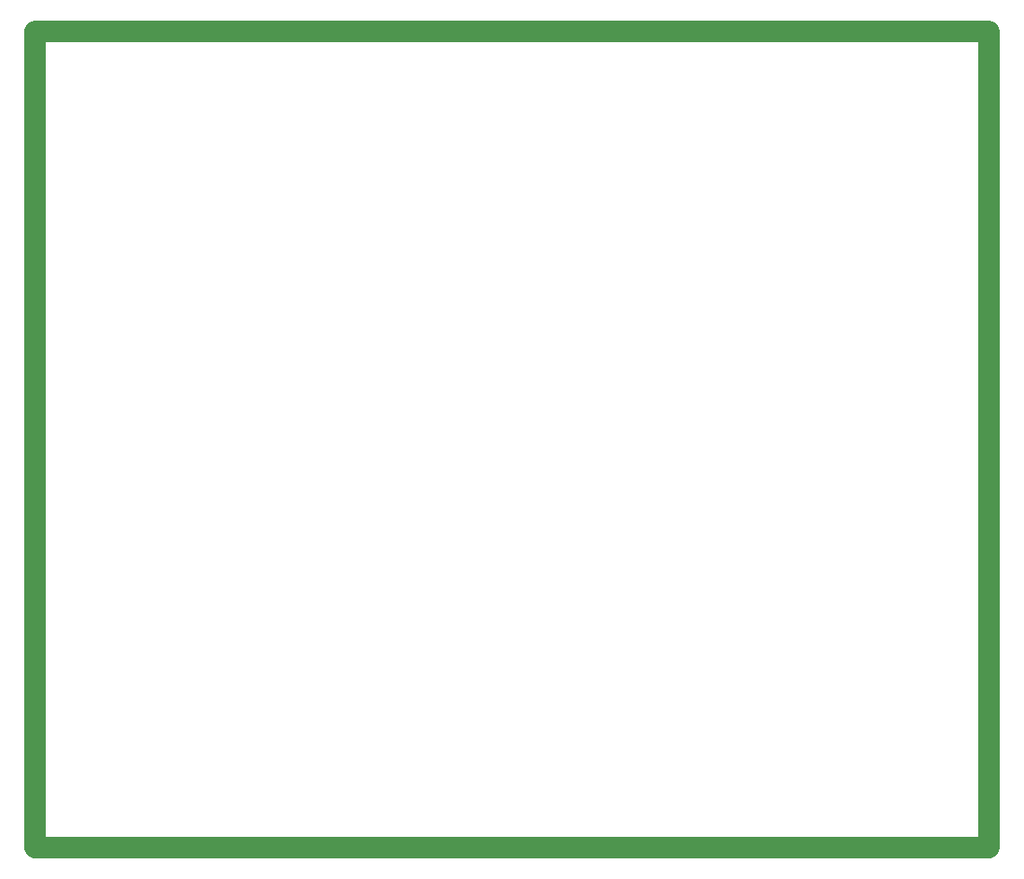
<source format=gm1>
G04 Layer_Color=16711935*
%FSLAX25Y25*%
%MOIN*%
G70*
G01*
G75*
%ADD10C,0.07874*%
D10*
X0Y-3937D02*
X354331D01*
Y299213D01*
X0D02*
X354331D01*
X0Y-3937D02*
Y299213D01*
M02*

</source>
